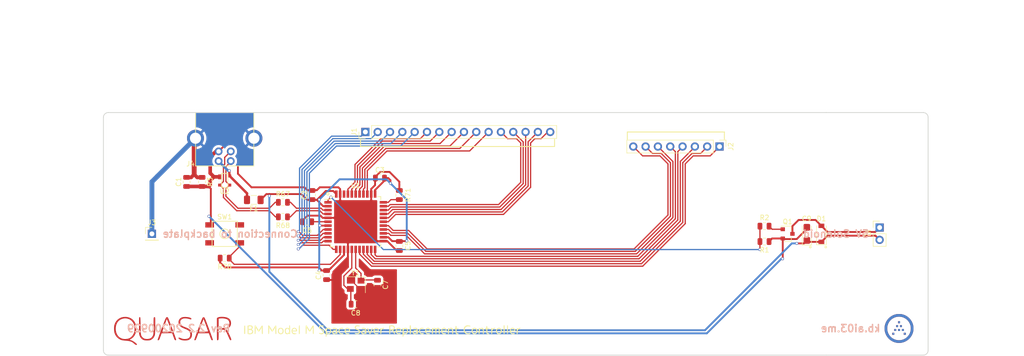
<source format=kicad_pcb>
(kicad_pcb (version 20221018) (generator pcbnew)
  (layers (0 "F.Cu" signal) (31 "B.Cu" signal) (34 "B.Paste" user) (35 "F.Paste" user) (36 "B.SilkS" user "B.Silkscreen") (37 "F.SilkS" user "F.Silkscreen") (38 "B.Mask" user) (39 "F.Mask" user) (44 "Edge.Cuts" user))
  (net 0 "")
  (net 1 "ROW0")
  (net 2 "ROW1")
  (net 3 "ROW2")
  (net 4 "ROW3")
  (net 5 "ROW4")
  (net 6 "COL1")
  (net 7 "+5V")
  (net 8 "COL2")
  (net 9 "COL3")
  (net 10 "COL4")
  (net 11 "COL5")
  (net 12 "COL6")
  (net 13 "COL7")
  (net 14 "COL8")
  (net 15 "COL9")
  (net 16 "COL10")
  (net 17 "COL11")
  (net 18 "COL12")
  (net 19 "COL13")
  (net 20 "COL0")
  (net 21 "GND")
  (net 22 "VCC")
  (net 23 "Net-(C6-Pad1)")
  (net 24 "Net-(C7-Pad1)")
  (net 25 "Net-(C8-Pad1)")
  (net 26 "D-")
  (net 27 "D+")
  (net 28 "Net-(R70-Pad2)")
  (net 29 "Net-(R71-Pad2)")
  (net 30 "Net-(U1-Pad42)")
  (net 31 "COL15")
  (net 32 "COL14")
  (net 33 "ROW7")
  (net 34 "ROW6")
  (net 35 "ROW5")
  (net 36 "Net-(J4-Pad3)")
  (net 37 "Net-(J4-Pad2)")
  (net 38 "Net-(D1-Pad2)")
  (net 39 "Net-(Q1-Pad1)")
  (net 40 "SOLENOID")
  (net 41 "Earth")
  (footprint "Fuse:Fuse_1206_3216Metric" (layer "F.Cu") (at 121 68 180)
    (fp_text reference "F1")
    (fp_text value "500mA")
  )
  (footprint "Connector_PinHeader_2.54mm:PinHeader_1x16_P2.54mm_Vertical" (layer "F.Cu") (at 144 54 90)
    (fp_text reference "J1")
    (fp_text value "Conn_01x16")
  )
  (footprint "Resistor_SMD:R_0805_2012Metric" (layer "F.Cu") (at 127 68.5 180)
    (fp_text reference "R67")
    (fp_text value "22")
  )
  (footprint "Resistor_SMD:R_0805_2012Metric" (layer "F.Cu") (at 127 71.5 180)
    (fp_text reference "R68")
    (fp_text value "22")
  )
  (footprint "Resistor_SMD:R_0805_2012Metric" (layer "F.Cu") (at 115 80)
    (fp_text reference "R70")
    (fp_text value "10k")
  )
  (footprint "Resistor_SMD:R_0805_2012Metric" (layer "F.Cu") (at 151 67 -90)
    (fp_text reference "R71")
    (fp_text value "1k")
  )
  (footprint "random-keyboard-parts:SKQG-1155865" (layer "F.Cu") (at 115 75 180)
    (fp_text reference "SW1")
    (fp_text value "SW_Push")
  )
  (footprint "Crystal:Crystal_SMD_3225-4Pin_3.2x2.5mm" (layer "F.Cu") (at 142 85.5 180)
    (fp_text reference "Y1")
    (fp_text value "16Mhz")
  )
  (footprint "Package_QFP:TQFP-44_10x10mm_P0.8mm" (layer "F.Cu") (at 142 72.5)
    (fp_text reference "U1")
    (fp_text value "ATmega32U4-AU")
  )
  (footprint "Mounting_Holes:MountingHole_3.5mm" (layer "F.Cu") (at 127 55)
    (fp_text reference "REF**")
    (fp_text value "MountingHole_3.5mm")
  )
  (footprint "Mounting_Holes:MountingHole_3.5mm" (layer "F.Cu") (at 103 55)
    (fp_text reference "REF**")
    (fp_text value "MountingHole_3.5mm")
  )
  (footprint "Connector_PinHeader_2.54mm:PinHeader_1x08_P2.54mm_Vertical" (layer "F.Cu") (at 217 57 -90)
    (fp_text reference "J2")
    (fp_text value "Conn_01x08")
  )
  (footprint "Capacitor_SMD:C_0805_2012Metric" (layer "F.Cu") (at 133 67 -90)
    (fp_text reference "C2")
    (fp_text value "10uF")
  )
  (footprint "Capacitor_SMD:C_0805_2012Metric" (layer "F.Cu") (at 147 63.5)
    (fp_text reference "C3")
    (fp_text value "0.1uF")
  )
  (footprint "Capacitor_SMD:C_0805_2012Metric" (layer "F.Cu") (at 136 83.5 90)
    (fp_text reference "C4")
    (fp_text value "0.1uF")
  )
  (footprint "Capacitor_SMD:C_0805_2012Metric" (layer "F.Cu") (at 132 72.5 180)
    (fp_text reference "C6")
    (fp_text value "1uF")
  )
  (footprint "Capacitor_SMD:C_0805_2012Metric" (layer "F.Cu") (at 146.5 85.5 -90)
    (fp_text reference "C7")
    (fp_text value "22pF")
  )
  (footprint "Capacitor_SMD:C_0805_2012Metric" (layer "F.Cu") (at 142 89.5)
    (fp_text reference "C8")
    (fp_text value "22pF")
  )
  (footprint "Connector_PinHeader_2.54mm:PinHeader_1x01_P2.54mm_Vertical" (layer "F.Cu") (at 100 75)
    (fp_text reference "J3")
    (fp_text value "Conn_01x01")
  )
  (footprint "Capacitor_SMD:C_0805_2012Metric" (layer "F.Cu") (at 151 77.5 90)
    (fp_text reference "C5")
    (fp_text value "0.1uF")
  )
  (footprint "locallib:Quasar-Logo" (layer "F.Cu") (at 104.25 95)
    (fp_text reference "G***" hide)
    (fp_text value "LOGO" hide)
  )
  (footprint "locallib:Quasar-Desc" (layer "F.Cu") (at 147.5 95)
    (fp_text reference "G***" hide)
    (fp_text value "LOGO" hide)
  )
  (footprint "locallib:ai-ring-6mm-Combined" (layer "F.Cu") (at 254 94.5)
    (fp_text reference "G***" hide)
    (fp_text value "LOGO" hide)
  )
  (footprint "locallib:TE-292304-2" (layer "F.Cu") (at 115 60 180)
    (fp_text reference "J4")
    (fp_text value "USB_B")
  )
  (footprint "locallib:SOT143B" (layer "F.Cu") (at 115 64 -90)
    (fp_text reference "U2")
    (fp_text value "PRTR5V0U2X")
  )
  (footprint "Connector_PinHeader_2.54mm:PinHeader_1x02_P2.54mm_Vertical" (layer "F.Cu") (at 250 73.7)
    (fp_text reference "J5")
    (fp_text value "Solenoid")
  )
  (footprint "Resistor_SMD:R_0805_2012Metric" (layer "F.Cu") (at 226.26875 76.5875 180)
    (fp_text reference "R1")
    (fp_text value "10k")
  )
  (footprint "Resistor_SMD:R_0805_2012Metric" (layer "F.Cu") (at 226.26875 73.4125 180)
    (fp_text reference "R2")
    (fp_text value "100")
  )
  (footprint "Capacitor_SMD:C_0805_2012Metric" (layer "F.Cu") (at 107.15625 64.29375 90)
    (fp_text reference "C1")
    (fp_text value "4.7nF")
  )
  (footprint "Resistor_SMD:R_0805_2012Metric" (layer "F.Cu") (at 110.33125 64.29375 -90)
    (fp_text reference "R3")
    (fp_text value "1M")
  )
  (footprint "Diode_SMD:D_SOD-123" (layer "F.Cu") (at 238 75 90)
    (fp_text reference "D1")
    (fp_text value "1N4007")
  )
  (footprint "Package_TO_SOT_SMD:SOT-23" (layer "F.Cu") (at 231.03125 75)
    (fp_text reference "Q1")
    (fp_text value "Q_NMOS_GSD")
  )
  (footprint "Capacitor_Tantalum_SMD:CP_EIA-3216-18_Kemet-A" (layer "F.Cu") (at 235 75 90)
    (fp_text reference "C9")
    (fp_text value "1uF")
  )
  (footprint "locallib:ai-ring-6mm-Combined" (layer "B.Cu") (at 254 94.5 180)
    (fp_text reference "G***" hide)
    (fp_text value "LOGO" hide)
  )
  (gr_line (start 121 50) (end 121 61) (stroke (width 0.15)) (layer "F.SilkS"))
  (gr_circle (center 235.712 77.724) (end 235.839 77.597) (stroke (width 0.15)) (fill none) (layer "F.SilkS"))
  (gr_line (start 183 57) (end 143 57) (stroke (width 0.2)) (layer "F.SilkS"))
  (gr_line (start 198 55.5) (end 198 54) (stroke (width 0.2)) (layer "F.SilkS"))
  (gr_line (start 109 61) (end 109 50) (stroke (width 0.15)) (layer "F.SilkS"))
  (gr_line (start 121 61) (end 109 61) (stroke (width 0.15)) (layer "F.SilkS"))
  (gr_line (start 143 57) (end 143 55.5) (stroke (width 0.2)) (layer "F.SilkS"))
  (gr_line (start 198 54) (end 218 54) (stroke (width 0.2)) (layer "F.SilkS"))
  (gr_line (start 183 55.5) (end 183 57) (stroke (width 0.2)) (layer "F.SilkS"))
  (gr_circle (center 136.25 66.75) (end 136.25 67) (stroke (width 0.2)) (fill none) (layer "F.SilkS"))
  (gr_circle (center 238.887 77.724) (end 239.014 77.597) (stroke (width 0.15)) (fill none) (layer "F.SilkS"))
  (gr_line (start 218 54) (end 218 55.5) (stroke (width 0.2)) (layer "F.SilkS"))
  (gr_arc (start 259 50) (mid 259.707107 50.292893) (end 260 51) (stroke (width 0.15)) (layer "Edge.Cuts"))
  (gr_line (start 91 100) (end 239 100) (stroke (width 0.15)) (layer "Edge.Cuts"))
  (gr_line (start 260 99) (end 260 51) (stroke (width 0.15)) (layer "Edge.Cuts"))
  (gr_line (start 259 50) (end 239 50) (stroke (width 0.15)) (layer "Edge.Cuts"))
  (gr_line (start 90 51) (end 90 99) (stroke (width 0.15)) (layer "Edge.Cuts"))
  (gr_line (start 239 100) (end 259 100) (stroke (width 0.15)) (layer "Edge.Cuts"))
  (gr_arc (start 90 51) (mid 90.292893 50.292893) (end 91 50) (stroke (width 0.15)) (layer "Edge.Cuts"))
  (gr_arc (start 91 100) (mid 90.292893 99.707107) (end 90 99) (stroke (width 0.15)) (layer "Edge.Cuts"))
  (gr_arc (start 260 99) (mid 259.707107 99.707107) (end 259 100) (stroke (width 0.15)) (layer "Edge.Cuts"))
  (gr_line (start 121 50) (end 91 50) (stroke (width 0.15)) (layer "Edge.Cuts"))
  (gr_line (start 239 50) (end 121 50) (stroke (width 0.15)) (layer "Edge.Cuts"))
  (gr_text "5V Solenoid" (at 241 75) (layer "B.SilkS") (effects (font (size 1.5 1.5) (thickness 0.3)) (justify mirror)))
  (gr_text "Rev 2.2 20200929" (at 105.5 94.5) (layer "B.SilkS") (effects (font (size 1.5 1.5) (thickness 0.3)) (justify mirror)))
  (gr_text "kb.ai03.me" (at 244 94.5) (layer "B.SilkS") (effects (font (size 1.5 1.5) (thickness 0.3)) (justify mirror)))
  (gr_text "Connection to backplate" (at 116.125 75) (layer "B.SilkS") (effects (font (size 1.5 1.5) (thickness 0.3)) (justify mirror)))
  (segment (start 209.931 60.579) (end 211.582 58.928) (width 0.254) (layer "F.Cu") (net 1))
  (segment (start 145.288 81.661) (end 201.168 81.661) (width 0.254) (layer "F.Cu") (net 1))
  (segment (start 201.168 81.661) (end 209.931 72.898) (width 0.254) (layer "F.Cu") (net 1))
  (segment (start 142.8 78.2) (end 142.8 79.173) (width 0.254) (layer "F.Cu") (net 1))
  (segment (start 209.931 72.898) (end 209.931 60.579) (width 0.254) (layer "F.Cu") (net 1))
  (segment (start 142.8 79.173) (end 145.288 81.661) (width 0.254) (layer "F.Cu") (net 1))
  (segment (start 211.582 58.928) (end 215.072 58.928) (width 0.254) (layer "F.Cu") (net 1))
  (segment (start 215.072 58.928) (end 217 57) (width 0.254) (layer "F.Cu") (net 1))
  (segment (start 211.328 58.42) (end 209.423 60.325) (width 0.254) (layer "F.Cu") (net 2))
  (segment (start 214.46 57.066) (end 213.106 58.42) (width 0.254) (layer "F.Cu") (net 2))
  (segment (start 200.914 81.153) (end 145.542 81.153) (width 0.254) (layer "F.Cu") (net 2))
  (segment (start 209.423 60.325) (end 209.423 72.644) (width 0.254) (layer "F.Cu") (net 2))
  (segment (start 145.542 81.153) (end 143.6 79.211) (width 0.254) (layer "F.Cu") (net 2))
  (segment (start 209.423 72.644) (end 200.914 81.153) (width 0.254) (layer "F.Cu") (net 2))
  (segment (start 143.6 79.211) (end 143.6 78.2) (width 0.254) (layer "F.Cu") (net 2))
  (segment (start 213.106 58.42) (end 211.328 58.42) (width 0.254) (layer "F.Cu") (net 2))
  (segment (start 214.46 57) (end 214.46 57.066) (width 0.254) (layer "F.Cu") (net 2))
  (segment (start 211.92 57.066) (end 211.92 57) (width 0.254) (layer "F.Cu") (net 3))
  (segment (start 144.4 78.2) (end 144.4 79.249) (width 0.254) (layer "F.Cu") (net 3))
  (segment (start 208.915 72.39) (end 208.915 60.071) (width 0.254) (layer "F.Cu") (net 3))
  (segment (start 208.915 60.071) (end 211.92 57.066) (width 0.254) (layer "F.Cu") (net 3))
  (segment (start 200.66 80.645) (end 208.915 72.39) (width 0.254) (layer "F.Cu") (net 3))
  (segment (start 144.4 79.249) (end 145.796 80.645) (width 0.254) (layer "F.Cu") (net 3))
  (segment (start 145.796 80.645) (end 200.66 80.645) (width 0.254) (layer "F.Cu") (net 3))
  (segment (start 208.407 72.136) (end 200.406 80.137) (width 0.254) (layer "F.Cu") (net 4))
  (segment (start 209.38 57.066) (end 208.407 58.039) (width 0.254) (layer "F.Cu") (net 4))
  (segment (start 208.407 58.039) (end 208.407 72.136) (width 0.254) (layer "F.Cu") (net 4))
  (segment (start 146.05 80.137) (end 145.2 79.287) (width 0.254) (layer "F.Cu") (net 4))
  (segment (start 145.2 79.287) (end 145.2 78.2) (width 0.254) (layer "F.Cu") (net 4))
  (segment (start 200.406 80.137) (end 146.05 80.137) (width 0.254) (layer "F.Cu") (net 4))
  (segment (start 209.38 57) (end 209.38 57.066) (width 0.254) (layer "F.Cu") (net 4))
  (segment (start 207.899 71.882) (end 207.899 58.059) (width 0.254) (layer "F.Cu") (net 5))
  (segment (start 200.152 79.629) (end 207.899 71.882) (width 0.254) (layer "F.Cu") (net 5))
  (segment (start 146.304 79.629) (end 200.152 79.629) (width 0.254) (layer "F.Cu") (net 5))
  (segment (start 146 78.2) (end 146 79.325) (width 0.254) (layer "F.Cu") (net 5))
  (segment (start 207.899 58.059) (end 206.84 57) (width 0.254) (layer "F.Cu") (net 5))
  (segment (start 146 79.325) (end 146.304 79.629) (width 0.254) (layer "F.Cu") (net 5))
  (segment (start 135.285 74.9) (end 134.366 75.819) (width 0.254) (layer "F.Cu") (net 6))
  (segment (start 134.366 75.819) (end 130.683 75.819) (width 0.254) (layer "F.Cu") (net 6))
  (segment (start 130.302 75.438) (end 130.175 75.438) (width 0.254) (layer "F.Cu") (net 6))
  (segment (start 136.3 74.9) (end 135.285 74.9) (width 0.254) (layer "F.Cu") (net 6))
  (segment (start 130.683 75.819) (end 130.302 75.438) (width 0.254) (layer "F.Cu") (net 6))
  (via (at 130.175 75.438) (size 0.6) (drill 0.4) (layers "F.Cu" "B.Cu") (net 6))
  (segment (start 130.937 74.803) (end 130.302 75.438) (width 0.254) (layer "B.Cu") (net 6))
  (segment (start 146.54 54) (end 145.168 55.372) (width 0.254) (layer "B.Cu") (net 6))
  (segment (start 137.287 55.372) (end 130.937 61.722) (width 0.254) (layer "B.Cu") (net 6))
  (segment (start 130.937 61.722) (end 130.937 74.803) (width 0.254) (layer "B.Cu") (net 6))
  (segment (start 145.168 55.372) (end 137.287 55.372) (width 0.254) (layer "B.Cu") (net 6))
  (segment (start 130.302 75.438) (end 130.175 75.438) (width 0.254) (layer "B.Cu") (net 6))
  (segment (start 235 76.35) (end 234.388 76.962) (width 0.381) (layer "F.Cu") (net 7))
  (segment (start 148.717 63.5) (end 149.1615 63.9445) (width 0.381) (layer "F.Cu") (net 7))
  (segment (start 123.598 66.802) (end 122.4 68) (width 0.381) (layer "F.Cu") (net 7))
  (segment (start 249.1345 75.3745) (end 250 76.24) (width 0.381) (layer "F.Cu") (net 7))
  (segment (start 235.3 76.65) (end 235 76.35) (width 0.381) (layer "F.Cu") (net 7))
  (segment (start 114.05 80) (end 114.05 80.903) (width 0.381) (layer "F.Cu") (net 7))
  (segment (start 134.366 81.915) (end 134.747 82.296) (width 0.381) (layer "F.Cu") (net 7))
  (segment (start 135.3 69.3) (end 134 68) (width 0.381) (layer "F.Cu") (net 7))
  (segment (start 152.481 76.5) (end 152.527 76.454) (width 0.381) (layer "F.Cu") (net 7))
  (segment (start 138 66.8) (end 137.367 66.167) (width 0.381) (layer "F.Cu") (net 7))
  (segment (start 134.493 82.55) (end 134.747 82.296) (width 0.381) (layer "F.Cu") (net 7))
  (segment (start 135.0135 82.5625) (end 136 82.5625) (width 0.381) (layer "F.Cu") (net 7))
  (segment (start 147.9375 63.5) (end 148.717 63.5) (width 0.381) (layer "F.Cu") (net 7))
  (segment (start 136.3 69.3) (end 135.3 69.3) (width 0.381) (layer "F.Cu") (net 7))
  (segment (start 134.055 67.945) (end 134 68) (width 0.381) (layer "F.Cu") (net 7))
  (segment (start 136.3855 82.5625) (end 136.906 82.042) (width 0.381) (layer "F.Cu") (net 7))
  (segment (start 132.008 68) (end 130.81 66.802) (width 0.381) (layer "F.Cu") (net 7))
  (segment (start 134.641 73.3) (end 134.62 73.279) (width 0.381) (layer "F.Cu") (net 7))
  (segment (start 134.493 67.945) (end 134.055 67.945) (width 0.381) (layer "F.Cu") (net 7))
  (segment (start 115.062 81.915) (end 134.366 81.915) (width 0.381) (layer "F.Cu") (net 7))
  (segment (start 130.81 66.802) (end 124.206 66.802) (width 0.381) (layer "F.Cu") (net 7))
  (segment (start 149.1615 63.9445) (end 149.1615 64.5795) (width 0.381) (layer "F.Cu") (net 7))
  (segment (start 234.388 76.962) (end 232.918 76.962) (width 0.381) (layer "F.Cu") (net 7))
  (segment (start 149.525 76.5) (end 151 76.5) (width 0.381) (layer "F.Cu") (net 7))
  (segment (start 134.747 82.296) (end 135.0135 82.5625) (width 0.381) (layer "F.Cu") (net 7))
  (segment (start 147.7 75.7) (end 148.725 75.7) (width 0.381) (layer "F.Cu") (net 7))
  (segment (start 139.6 79.348) (end 139.6 78.994) (width 0.381) (layer "F.Cu") (net 7))
  (segment (start 240.6255 75.3745) (end 239.2755 75.3745) (width 0.381) (layer "F.Cu") (net 7))
  (segment (start 124.206 67.183) (end 124.206 66.802) (width 0.381) (layer "F.Cu") (net 7))
  (segment (start 114.05 80.903) (end 115.062 81.915) (width 0.381) (layer "F.Cu") (net 7))
  (segment (start 136.906 82.042) (end 139.6 79.348) (width 0.381) (layer "F.Cu") (net 7))
  (segment (start 124.206 66.802) (end 123.598 66.802) (width 0.381) (layer "F.Cu") (net 7))
  (segment (start 148.725 75.7) (end 149.525 76.5) (width 0.381) (layer "F.Cu") (net 7))
  (segment (start 136.448 82.5) (end 136.906 82.042) (width 0.381) (layer "F.Cu") (net 7))
  (segment (start 135.833 66.167) (end 134 68) (width 0.381) (layer "F.Cu") (net 7))
  (segment (start 146 65.963) (end 148 63.963) (width 0.381) (layer "F.Cu") (net 7))
  (segment (start 136 82.5) (end 136.448 82.5) (width 0.381) (layer "F.Cu") (net 7))
  (segment (start 238 76.65) (end 235.3 76.65) (width 0.381) (layer "F.Cu") (net 7))
  (segment (start 239.2755 75.3745) (end 238 76.65) (width 0.381) (layer "F.Cu") (net 7))
  (segment (start 137.367 66.167) (end 135.833 66.167) (width 0.381) (layer "F.Cu") (net 7))
  (segment (start 146 66.8) (end 146 65.963) (width 0.381) (layer "F.Cu") (net 7))
  (segment (start 134 68) (end 132.008 68) (width 0.381) (layer "F.Cu") (net 7))
  (segment (start 139.6 78.2) (end 139.6 78.994) (width 0.381) (layer "F.Cu") (net 7))
  (segment (start 136 82.5625) (end 136.3855 82.5625) (width 0.381) (layer "F.Cu") (net 7))
  (segment (start 136.3 73.3) (end 134.641 73.3) (width 0.381) (layer "F.Cu") (net 7))
  (segment (start 148 63.963) (end 148 63.5) (width 0.381) (layer "F.Cu") (net 7))
  (segment (start 151 76.5) (end 152.481 76.5) (width 0.381) (layer "F.Cu") (net 7))
  (segment (start 240.6255 75.3745) (end 249.1345 75.3745) (width 0.381) (layer "F.Cu") (net 7))
  (via (at 134.493 67.945) (size 0.6) (drill 0.4) (layers "F.Cu" "B.Cu") (net 7))
  (via (at 149.1615 64.5795) (size 0.6) (drill 0.4) (layers "F.Cu" "B.Cu") (net 7))
  (via (at 134.62 73.279) (size 0.6) (drill 0.4) (layers "F.Cu" "B.Cu") (net 7))
  (via (at 124.206 67.183) (size 0.6) (drill 0.4) (layers "F.Cu" "B.Cu") (net 7))
  (via (at 134.493 82.55) (size 0.6) (drill 0.4) (layers "F.Cu" "B.Cu") (net 7))
  (via (at 152.527 76.454) (size 0.6) (drill 0.4) (layers "F.Cu" "B.Cu") (net 7))
  (via (at 232.918 76.962) (size 0.6) (drill 0.4) (layers "F.Cu" "B.Cu") (net 7))
  (segment (start 134.493 82.042) (end 134.493 82.55) (width 0.381) (layer "B.Cu") (net 7))
  (segment (start 149.1615 64.5795) (end 149.352 64.77) (width 0.381) (layer "B.Cu") (net 7))
  (segment (start 152.527 76.454) (end 152.527 67.945) (width 0.381) (layer "B.Cu") (net 7))
  (segment (start 124.206 67.183) (end 124.206 82.804) (width 0.381) (layer "B.Cu") (net 7))
  (segment (start 134.493 82.042) (end 134.493 73.406) (width 0.381) (layer "B.Cu") (net 7))
  (segment (start 232.918 76.962) (end 231.902 76.962) (width 0.381) (layer "B.Cu") (net 7))
  (segment (start 136.271 94.869) (end 213.995 94.869) (width 0.381) (layer "B.Cu") (net 7))
  (segment (start 138.684 63.754) (end 134.493 67.945) (width 0.381) (layer "B.Cu") (net 7))
  (segment (start 134.493 73.152) (end 134.493 67.945) (width 0.381) (layer "B.Cu") (net 7))
  (segment (start 152.527 67.945) (end 149.352 64.77) (width 0.381) (layer "B.Cu") (net 7))
  (segment (start 147.955 63.754) (end 138.684 63.754) (width 0.381) (layer "B.Cu") (net 7))
  (segment (start 124.206 82.804) (end 136.271 94.869) (width 0.381) (layer "B.Cu") (net 7))
  (segment (start 231.902 76.962) (end 224.409 84.455) (width 0.381) (layer "B.Cu") (net 7))
  (segment (start 148.336 63.754) (end 149.1615 64.5795) (width 0.381) (layer "B.Cu") (net 7))
  (segment (start 147.955 63.754) (end 148.336 63.754) (width 0.381) (layer "B.Cu") (net 7))
  (segment (start 213.995 94.869) (end 224.155 84.709) (width 0.381) (layer "B.Cu") (net 7))
  (segment (start 134.62 73.279) (end 134.493 73.152) (width 0.381) (layer "B.Cu") (net 7))
  (segment (start 224.409 84.455) (end 224.155 84.709) (width 0.381) (layer "B.Cu") (net 7))
  (segment (start 134.493 73.406) (end 134.62 73.279) (width 0.381) (layer "B.Cu") (net 7))
  (segment (start 135.374 75.7) (end 134.747 76.327) (width 0.254) (layer "F.Cu") (net 8))
  (segment (start 136.3 75.7) (end 135.374 75.7) (width 0.254) (layer "F.Cu") (net 8))
  (segment (start 134.747 76.327) (end 130.175 76.327) (width 0.254) (layer "F.Cu") (net 8))
  (via (at 130.175 76.327) (size 0.6) (drill 0.4) (layers "F.Cu" "B.Cu") (net 8))
  (segment (start 130.175 76.327) (end 130.302 76.327) (width 0.254) (layer "B.Cu") (net 8))
  (segment (start 137.541 55.88) (end 147.2 55.88) (width 0.254) (layer "B.Cu") (net 8))
  (segment (start 147.2 55.88) (end 149.08 54) (width 0.254) (layer "B.Cu") (net 8))
  (segment (start 131.445 75.184) (end 131.445 61.976) (width 0.254) (layer "B.Cu") (net 8))
  (segment (start 130.302 76.327) (end 131.445 75.184) (width 0.254) (layer "B.Cu") (net 8))
  (segment (start 131.445 61.976) (end 137.541 55.88) (width 0.254) (layer "B.Cu") (net 8))
  (segment (start 135.336 76.5) (end 135.001 76.835) (width 0.254) (layer "F.Cu") (net 9))
  (segment (start 135.001 76.835) (end 130.937 76.835) (width 0.254) (layer "F.Cu") (net 9))
  (segment (start 130.683 76.835) (end 130.302 77.216) (width 0.254) (layer "F.Cu") (net 9))
  (segment (start 130.937 76.835) (end 130.683 76.835) (width 0.254) (layer "F.Cu") (net 9))
  (segment (start 130.302 77.216) (end 130.175 77.216) (width 0.254) (layer "F.Cu") (net 9))
  (segment (start 136.3 76.5) (end 135.336 76.5) (width 0.254) (layer "F.Cu") (net 9))
  (via (at 130.175 77.216) (size 0.6) (drill 0.4) (layers "F.Cu" "B.Cu") (net 9))
  (segment (start 137.795 56.388) (end 149.232 56.388) (width 0.254) (layer "B.Cu") (net 9))
  (segment (start 130.302 77.216) (end 131.953 75.565) (width 0.254) (layer "B.Cu") (net 9))
  (segment (start 149.232 56.388) (end 151.62 54) (width 0.254) (layer "B.Cu") (net 9))
  (segment (start 131.953 62.23) (end 137.795 56.388) (width 0.254) (layer "B.Cu") (net 9))
  (segment (start 130.175 77.216) (end 130.302 77.216) (width 0.254) (layer "B.Cu") (net 9))
  (segment (start 131.953 75.565) (end 131.953 62.23) (width 0.254) (layer "B.Cu") (net 9))
  (segment (start 137.382 78.2) (end 136.525 77.343) (width 0.254) (layer "F.Cu") (net 10))
  (segment (start 138 78.2) (end 137.382 78.2) (width 0.254) (layer "F.Cu") (net 10))
  (segment (start 131.064 77.343) (end 130.302 78.105) (width 0.254) (layer "F.Cu") (net 10))
  (segment (start 130.302 78.105) (end 130.175 78.105) (width 0.254) (layer "F.Cu") (net 10))
  (segment (start 136.525 77.343) (end 131.064 77.343) (width 0.254) (layer "F.Cu") (net 10))
  (via (at 130.175 78.105) (size 0.6) (drill 0.4) (layers "F.Cu" "B.Cu") (net 10))
  (segment (start 130.175 78.105) (end 130.302 78.105) (width 0.254) (layer "B.Cu") (net 10))
  (segment (start 132.461 62.484) (end 138.049 56.896) (width 0.254) (layer "B.Cu") (net 10))
  (segment (start 132.461 75.946) (end 132.461 62.484) (width 0.254) (layer "B.Cu") (net 10))
  (segment (start 130.302 78.105) (end 132.461 75.946) (width 0.254) (layer "B.Cu") (net 10))
  (segment (start 151.264 56.896) (end 154.16 54) (width 0.254) (layer "B.Cu") (net 10))
  (segment (start 138.049 56.896) (end 151.264 56.896) (width 0.254) (layer "B.Cu") (net 10))
  (segment (start 141.859 60.706) (end 147.193 55.372) (width 0.254) (layer "F.Cu") (net 11))
  (segment (start 147.193 55.372) (end 155.328 55.372) (width 0.254) (layer "F.Cu") (net 11))
  (segment (start 141.859 64.327) (end 141.859 60.706) (width 0.254) (layer "F.Cu") (net 11))
  (segment (start 155.328 55.372) (end 156.7 54) (width 0.254) (layer "F.Cu") (net 11))
  (segment (start 140.4 66.8) (end 140.4 65.786) (width 0.254) (layer "F.Cu") (net 11))
  (segment (start 140.4 65.786) (end 141.859 64.327) (width 0.254) (layer "F.Cu") (net 11))
  (segment (start 142.367 64.619) (end 141.2 65.786) (width 0.254) (layer "F.Cu") (net 12))
  (segment (start 159.24 54) (end 157.36 55.88) (width 0.254) (layer "F.Cu") (net 12))
  (segment (start 142.367 60.96) (end 142.367 64.619) (width 0.254) (layer "F.Cu") (net 12))
  (segment (start 147.447 55.88) (end 142.367 60.96) (width 0.254) (layer "F.Cu") (net 12))
  (segment (start 141.2 65.786) (end 141.2 66.8) (width 0.254) (layer "F.Cu") (net 12))
  (segment (start 157.36 55.88) (end 147.447 55.88) (width 0.254) (layer "F.Cu") (net 12))
  (segment (start 142 65.786) (end 142.875 64.911) (width 0.254) (layer "F.Cu") (net 13))
  (segment (start 142 66.8) (end 142 65.786) (width 0.254) (layer "F.Cu") (net 13))
  (segment (start 159.392 56.388) (end 161.78 54) (width 0.254) (layer "F.Cu") (net 13))
  (segment (start 142.875 61.214) (end 147.701 56.388) (width 0.254) (layer "F.Cu") (net 13))
  (segment (start 147.701 56.388) (end 159.392 56.388) (width 0.254) (layer "F.Cu") (net 13))
  (segment (start 142.875 64.911) (end 142.875 61.214) (width 0.254) (layer "F.Cu") (net 13))
  (segment (start 142.8 65.786) (end 142.8 66.8) (width 0.254) (layer "F.Cu") (net 14))
  (segment (start 143.383 65.203) (end 142.8 65.786) (width 0.254) (layer "F.Cu") (net 14))
  (segment (start 147.955 56.896) (end 143.383 61.468) (width 0.254) (layer "F.Cu") (net 14))
  (segment (start 143.383 61.468) (end 143.383 65.203) (width 0.254) (layer "F.Cu") (net 14))
  (segment (start 164.32 54) (end 161.424 56.896) (width 0.254) (layer "F.Cu") (net 14))
  (segment (start 161.424 56.896) (end 147.955 56.896) (width 0.254) (layer "F.Cu") (net 14))
  (segment (start 143.6 65.786) (end 143.891 65.495) (width 0.254) (layer "F.Cu") (net 15))
  (segment (start 143.6 66.8) (end 143.6 65.786) (width 0.254) (layer "F.Cu") (net 15))
  (segment (start 163.456 57.404) (end 166.86 54) (width 0.254) (layer "F.Cu") (net 15))
  (segment (start 143.891 65.495) (end 143.891 61.722) (width 0.254) (layer "F.Cu") (net 15))
  (segment (start 148.209 57.404) (end 163.456 57.404) (width 0.254) (layer "F.Cu") (net 15))
  (segment (start 143.891 61.722) (end 148.209 57.404) (width 0.254) (layer "F.Cu") (net 15))
  (segment (start 144.4 62.991) (end 144.4 66.8) (width 0.254) (layer "F.Cu") (net 16))
  (segment (start 144.4 61.975) (end 144.4 62.991) (width 0.254) (layer "F.Cu") (net 16))
  (segment (start 169.4 54) (end 165.488 57.912) (width 0.254) (layer "F.Cu") (net 16))
  (segment (start 148.463 57.912) (end 144.4 61.975) (width 0.254) (layer "F.Cu") (net 16))
  (segment (start 165.488 57.912) (end 148.463 57.912) (width 0.254) (layer "F.Cu") (net 16))
  (segment (start 149.098 68.961) (end 171.45 68.961) (width 0.254) (layer "F.Cu") (net 17))
  (segment (start 148.759 69.3) (end 149.098 68.961) (width 0.254) (layer "F.Cu") (net 17))
  (segment (start 147.7 69.3) (end 148.759 69.3) (width 0.254) (layer "F.Cu") (net 17))
  (segment (start 176.022 56.261) (end 176.022 64.389) (width 0.254) (layer "F.Cu") (net 17))
  (segment (start 171.45 68.961) (end 176.022 64.389) (width 0.254) (layer "F.Cu") (net 17))
  (segment (start 173.312 55.372) (end 175.133 55.372) (width 0.254) (layer "F.Cu") (net 17))
  (segment (start 171.94 54) (end 173.312 55.372) (width 0.254) (layer "F.Cu") (net 17))
  (segment (start 175.133 55.372) (end 176.022 56.261) (width 0.254) (layer "F.Cu") (net 17))
  (segment (start 176.53 64.643) (end 171.704 69.469) (width 0.254) (layer "F.Cu") (net 18))
  (segment (start 148.717 70.1) (end 147.7 70.1) (width 0.254) (layer "F.Cu") (net 18))
  (segment (start 171.704 69.469) (end 149.348 69.469) (width 0.254) (layer "F.Cu") (net 18))
  (segment (start 174.48 54) (end 176.53 56.05) (width 0.254) (layer "F.Cu") (net 18))
  (segment (start 176.53 56.05) (end 176.53 64.643) (width 0.254) (layer "F.Cu") (net 18))
  (segment (start 149.348 69.469) (end 148.717 70.1) (width 0.254) (layer "F.Cu") (net 18))
  (segment (start 177.038 64.897) (end 177.038 54.018) (width 0.254) (layer "F.Cu") (net 19))
  (segment (start 149.606 69.977) (end 171.958 69.977) (width 0.254) (layer "F.Cu") (net 19))
  (segment (start 171.958 69.977) (end 177.038 64.897) (width 0.254) (layer "F.Cu") (net 19))
  (segment (start 147.7 70.9) (end 148.683 70.9) (width 0.254) (layer "F.Cu") (net 19))
  (segment (start 148.683 70.9) (end 149.606 69.977) (width 0.254) (layer "F.Cu") (net 19))
  (segment (start 177.038 54.018) (end 177.02 54) (width 0.254) (layer "F.Cu") (net 19))
  (segment (start 135.323 74.1) (end 134.112 75.311) (width 0.254) (layer "F.Cu") (net 20))
  (segment (start 131.064 75.311) (end 130.302 74.549) (width 0.254) (layer "F.Cu") (net 20))
  (segment (start 136.3 74.1) (end 135.323 74.1) (width 0.254) (layer "F.Cu") (net 20))
  (segment (start 134.112 75.311) (end 131.064 75.311) (width 0.254) (layer "F.Cu") (net 20))
  (segment (start 130.302 74.549) (end 130.175 74.549) (width 0.254) (layer "F.Cu") (net 20))
  (via (at 130.175 74.549) (size 0.6) (drill 0.4) (layers "F.Cu" "B.Cu") (net 20))
  (segment (start 143.136 54.864) (end 144 54) (width 0.254) (layer "B.Cu") (net 20))
  (segment (start 130.429 61.468) (end 137.033 54.864) (width 0.254) (layer "B.Cu") (net 20))
  (segment (start 137.033 54.864) (end 143.136 54.864) (width 0.254) (layer "B.Cu") (net 20))
  (segment (start 130.175 74.549) (end 130.429 74.295) (width 0.254) (layer "B.Cu") (net 20))
  (segment (start 130.429 74.295) (end 130.429 61.468) (width 0.254) (layer "B.Cu") (net 20))
  (segment (start 148.509 76.5) (end 150.509 78.5) (width 0.381) (layer "F.Cu") (net 21))
  (segment (start 140.4 73.09) (end 140.4 78.2) (width 0.381) (layer "F.Cu") (net 21))
  (segment (start 146 63.296) (end 147.066 62.23) (width 0.381) (layer "F.Cu") (net 21))
  (segment (start 112.014 59.182) (end 112.014 62.484) (width 0.75) (layer "F.Cu") (net 21))
  (segment (start 111.76 71.374) (end 112.141 71.374) (width 0.381) (layer "F.Cu") (net 21))
  (segment (start 117.729 57.277) (end 116.967 56.515) (width 0.381) (layer "F.Cu") (net 21))
  (segment (start 143 86.45) (end 143.1 86.35) (width 0.381) (layer "F.Cu") (net 21))
  (segment (start 138.43 65.405) (end 134.595 65.405) (width 0.381) (layer "F.Cu") (net 21))
  (segment (start 151 64.259) (end 151 64.897) (width 0.381) (layer "F.Cu") (net 21))
  (segment (start 138.8 66.8) (end 138.8 71.49) (width 0.381) (layer "F.Cu") (net 21))
  (segment (start 150.509 78.5) (end 151 78.5) (width 0.381) (layer "F.Cu") (net 21))
  (segment (start 146 64.947) (end 146 63.5) (width 0.381) (layer "F.Cu") (net 21))
  (segment (start 145.2 69.433) (end 141.543 73.09) (width 0.381) (layer "F.Cu") (net 21))
  (segment (start 112.78 63.25) (end 112.772 63.25) (width 0.381) (layer "F.Cu") (net 21))
  (segment (start 142.8523 86.35) (end 143.1 86.35) (width 0.381) (layer "F.Cu") (net 21))
  (segment (start 137.75 84.5) (end 138.938 83.312) (width 0.381) (layer "F.Cu") (net 21))
  (segment (start 135.2 71.7) (end 134.747 71.247) (width 0.381) (layer "F.Cu") (net 21))
  (segment (start 116.967 56.515) (end 115.235 56.515) (width 0.381) (layer "F.Cu") (net 21))
  (segment (start 147.7 76.5) (end 144.953 76.5) (width 0.381) (layer "F.Cu") (net 21))
  (segment (start 138.8 65.775) (end 138.43 65.405) (width 0.381) (layer "F.Cu") (net 21))
  (segment (start 112.141 65.6925) (end 111.67975 65.23125) (width 0.381) (layer "F.Cu") (net 21))
  (segment (start 113.75 58) (end 113.196 58) (width 0.381) (layer "F.Cu") (net 21))
  (segment (start 134 66) (end 132.04 66) (width 0.381) (layer "F.Cu") (net 21))
  (segment (start 132.08 71.247) (end 131 72.327) (width 0.381) (layer "F.Cu") (net 21))
  (segment (start 232.918 76.073) (end 230.15425 76.073) (width 0.381) (layer "F.Cu") (net 21))
  (segment (start 112.014 62.484) (end 112.78 63.25) (width 0.75) (layer "F.Cu") (net 21))
  (segment (start 148.971 62.23) (end 151 64.259) (width 0.381) (layer "F.Cu") (net 21))
  (segment (start 146 63.5) (end 146 63.296) (width 0.381) (layer "F.Cu") (net 21))
  (segment (start 235 73.991) (end 232.918 76.073) (width 0.381) (layer "F.Cu") (net 21))
  (segment (start 134.595 65.405) (end 134 66) (width 0.381) (layer "F.Cu") (net 21))
  (segment (start 227.84375 75.95) (end 227.20625 76.5875) (width 0.381) (layer "F.Cu") (net 21))
  (segment (start 144.953 76.5) (end 141.543 73.09) (width 0.381) (layer "F.Cu") (net 21))
  (segment (start 112.141 72.909) (end 111.9 73.15) (width 0.381) (layer "F.Cu") (net 21))
  (segment (start 112.141 71.755) (end 112.141 72.909) (width 0.381) (layer "F.Cu") (net 21))
  (segment (start 132.04 66) (end 131.445 65.405) (width 0.381) (layer "F.Cu") (net 21))
  (segment (start 138.938 83.312) (end 140.4 81.85) (width 0.381) (layer "F.Cu") (net 21))
  (segment (start 141.1523 84.65) (end 142.8523 86.35) (width 0.2032) (layer "F.Cu") (net 21))
  (segment (start 134.747 71.247) (end 132.08 71.247) (width 0.381) (layer "F.Cu") (net 21))
  (segment (start 113.196 58) (end 112.014 59.182) (width 0.75) (layer "F.Cu") (net 21))
  (segment (start 143 90.426) (end 142.621 90.805) (width 0.381) (layer "F.Cu") (net 21))
  (segment (start 107.15625 65.23125) (end 110.33125 65.23125) (width 0.75) (layer "F.Cu") (net 21))
  (segment (start 112.014 64.897) (end 111.67975 65.23125) (width 0.75) (layer "F.Cu") (net 21))
  (segment (start 112.78 63.25) (end 114 63.25) (width 0.75) (layer "F.Cu") (net 21))
  (segment (start 112.014 64.008) (end 112.014 64.897) (width 0.75) (layer "F.Cu") (net 21))
  (segment (start 138.938 89.916) (end 138.938 83.312) (width 0.381) (layer "F.Cu") (net 21))
  (segment (start 136.3 71.7) (end 139.01 71.7) (width 0.381) (layer "F.Cu") (net 21))
  (segment (start 110.33125 65.23125) (end 111.67975 65.23125) (width 0.75) (layer "F.Cu") (net 21))
  (segment (start 139.01 71.7) (end 140.4 73.09) (width 0.381) (layer "F.Cu") (net 21))
  (segment (start 147.7 76.5) (end 148.509 76.5) (width 0.381) (layer "F.Cu") (net 21))
  (segment (start 145.2 66.8) (end 145.2 65.747) (width 0.381) (layer "F.Cu") (net 21))
  (segment (start 131 72.327) (end 131 72.5) (width 0.381) (layer "F.Cu") (net 21))
  (segment (start 112.772 63.25) (end 112.014 64.008) (width 0.75) (layer "F.Cu") (net 21))
  (segment (start 145.2 66.8) (end 145.2 69.433) (width 0.381) (layer "F.Cu") (net 21))
  (segment (start 142.621 90.805) (end 139.827 90.805) (width 0.381) (layer "F.Cu") (net 21))
  (segment (start 143 89.5) (end 143 86.45) (width 0.381) (layer "F.Cu") (net 21))
  (segment (start 136.3 71.7) (end 135.2 71.7) (width 0.381) (layer "F.Cu") (net 21))
  (segment (start 230.03125 75.95) (end 227.84375 75.95) (width 0.381) (layer "F.Cu") (net 21))
  (segment (start 138.8 71.49) (end 139.01 71.7) (width 0.381) (layer "F.Cu") (net 21))
  (segment (start 112.141 71.374) (end 112.141 71.755) (width 0.381) (layer "F.Cu") (net 21))
  (segment (start 120.523 65.405) (end 117.729 62.611) (width 0.381) (layer "F.Cu") (net 21))
  (segment (start 146.5 86.5) (end 143.25 86.5) (width 0.381) (layer "F.Cu") (net 21))
  (segment (start 131.445 65.405) (end 120.523 65.405) (width 0.381) (layer "F.Cu") (net 21))
  (segment (start 140.9 84.65) (end 141.1523 84.65) (width 0.381) (layer "F.Cu") (net 21))
  (segment (start 117.729 62.611) (end 117.729 57.277) (width 0.381) (layer "F.Cu") (net 21))
  (segment (start 139.827 90.805) (end 138.938 89.916) (width 0.381) (layer "F.Cu") (net 21))
  (segment (start 151 64.897) (end 151 66.05) (width 0.381) (layer "F.Cu") (net 21))
  (segment (start 140.4 81.85) (end 140.4 78.2) (width 0.381) (layer "F.Cu") (net 21))
  (segment (start 147.066 62.23) (end 148.971 62.23) (width 0.381) (layer "F.Cu") (net 21))
  (segment (start 230.03125 75.95) (end 230.03125 80.10275) (width 0.381) (layer "F.Cu") (net 21))
  (segment (start 138.8 66.8) (end 138.8 65.775) (width 0.381) (layer "F.Cu") (net 21))
  (segment (start 136 84.5) (end 137.75 84.5) (width 0.381) (layer "F.Cu") (net 21))
  (segment (start 143.25 86.5) (end 143.1 86.35) (width 0.381) (layer "F.Cu") (net 21))
  (segment (start 230.15425 76.073) (end 230.03125 75.95) (width 0.381) (layer "F.Cu") (net 21))
  (segment (start 145.2 65.747) (end 146 64.947) (width 0.381) (layer "F.Cu") (net 21))
  (segment (start 115.235 56.515) (end 113.75 58) (width 0.381) (layer "F.Cu") (net 21))
  (segment (start 143 89.5) (end 143 90.426) (width 0.381) (layer "F.Cu") (net 21))
  (segment (start 141.543 73.09) (end 140.4 73.09) (width 0.381) (layer "F.Cu") (net 21))
  (segment (start 112.141 65.6925) (end 112.141 71.374) (width 0.381) (layer "F.Cu") (net 21))
  (segment (start 235 73.65) (end 235 73.991) (width 0.381) (layer "F.Cu") (net 21))
  (segment (start 230.03125 80.10275) (end 229.997 80.137) (width 0.381) (layer "F.Cu") (net 21))
  (via (at 111.76 71.374) (size 0.6) (drill 0.4) (layers "F.Cu" "B.Cu") (net 21))
  (via (at 229.997 80.137) (size 0.6) (drill 0.4) (layers "F.Cu" "B.Cu") (net 21))
  (segment (start 229.997 80.137) (end 229.743 80.137) (width 0.381) (layer "B.Cu") (net 21))
  (segment (start 112.522 72.136) (end 111.76 71.374) (width 0.381) (layer "B.Cu") (net 21))
  (segment (start 135.89 95.504) (end 112.522 72.136) (width 0.381) (layer "B.Cu") (net 21))
  (segment (start 229.743 80.137) (end 214.376 95.504) (width 0.381) (layer "B.Cu") (net 21))
  (segment (start 214.376 95.504) (end 135.89 95.504) (width 0.381) (layer "B.Cu") (net 21))
  (segment (start 115.951 63.001) (end 116 63.05) (width 0.381) (layer "F.Cu") (net 22))
  (segment (start 119.6 66.65) (end 119.2485 66.2985) (width 0.5) (layer "F.Cu") (net 22))
  (segment (start 119.6 68) (end 119.6 66.65) (width 0.5) (layer "F.Cu") (net 22))
  (segment (start 115.951 61.976) (end 115.951 63.001) (width 0.5) (layer "F.Cu") (net 22))
  (segment (start 119.2485 66.2985) (end 116 63.05) (width 0.5) (layer "F.Cu") (net 22))
  (via (at 115.951 61.976) (size 0.6) (drill 0.4) (layers "F.Cu" "B.Cu") (net 22))
  (segment (start 115.697 61.976) (end 115.951 61.976) (width 0.5) (layer "B.Cu") (net 22))
  (segment (start 113.75 60.029) (end 115.697 61.976) (width 0.5) (layer "B.Cu") (net 22))
  (segment (start 113.75 60) (end 113.75 60.029) (width 0.381) (layer "B.Cu") (net 22))
  (segment (start 136.3 72.5) (end 133 72.5) (width 0.254) (layer "F.Cu") (net 23))
  (segment (start 143.1 83.156) (end 143.1 84.65) (width 0.254) (layer "F.Cu") (net 24))
  (segment (start 143.25 84.5) (end 143.1 84.65) (width 0.254) (layer "F.Cu") (net 24))
  (segment (start 146.5 84.5) (end 143.25 84.5) (width 0.254) (layer "F.Cu") (net 24))
  (segment (start 142 78.2) (end 142 82.056) (width 0.254) (layer "F.Cu") (net 24))
  (segment (start 142 82.056) (end 143.1 83.156) (width 0.254) (layer "F.Cu") (net 24))
  (segment (start 139.573 85.598) (end 140.325 86.35) (width 0.254) (layer "F.Cu") (net 25))
  (segment (start 141 89.5) (end 141 86.45) (width 0.254) (layer "F.Cu") (net 25))
  (segment (start 141 86.45) (end 140.9 86.35) (width 0.254) (layer "F.Cu") (net 25))
  (segment (start 140.325 86.35) (end 140.9 86.35) (width 0.254) (layer "F.Cu") (net 25))
  (segment (start 141.2 82.066) (end 139.573 83.693) (width 0.254) (layer "F.Cu") (net 25))
  (segment (start 141.2 78.2) (end 141.2 82.066) (width 0.254) (layer "F.Cu") (net 25))
  (segment (start 139.573 83.693) (end 139.573 85.598) (width 0.254) (layer "F.Cu") (net 25))
  (segment (start 128.571 68.5) (end 129.794 69.723) (width 0.254) (layer "F.Cu") (net 26))
  (segment (start 134.874 69.723) (end 135.251 70.1) (width 0.254) (layer "F.Cu") (net 26))
  (segment (start 135.251 70.1) (end 136.3 70.1) (width 0.254) (layer "F.Cu") (net 26))
  (segment (start 127.95 68.5) (end 128.571 68.5) (width 0.254) (layer "F.Cu") (net 26))
  (segment (start 129.794 69.723) (end 134.874 69.723) (width 0.254) (layer "F.Cu") (net 26))
  (segment (start 127.95 71.5) (end 128.525 71.5) (width 0.254) (layer "F.Cu") (net 27))
  (segment (start 135.289 70.9) (end 136.3 70.9) (width 0.254) (layer "F.Cu") (net 27))
  (segment (start 129.794 70.231) (end 134.62 70.231) (width 0.254) (layer "F.Cu") (net 27))
  (segment (start 134.62 70.231) (end 135.289 70.9) (width 0.254) (layer "F.Cu") (net 27))
  (segment (start 128.525 71.5) (end 129.794 70.231) (width 0.254) (layer "F.Cu") (net 27))
  (segment (start 138.8 78.2) (end 138.8 79.259) (width 0.254) (layer "F.Cu") (net 28))
  (segment (start 118.1 76.85) (end 118.1 77.597) (width 0.254) (layer "F.Cu") (net 28))
  (segment (start 115.95 80) (end 115.95 79.747) (width 0.254) (layer "F.Cu") (net 28))
  (segment (start 115.95 80.263) (end 115.95 80) (width 0.254) (layer "F.Cu") (net 28))
  (segment (start 138.8 79.259) (end 136.779 81.28) (width 0.254) (layer "F.Cu") (net 28))
  (segment (start 116.967 81.28) (end 115.95 80.263) (width 0.254) (layer "F.Cu") (net 28))
  (segment (start 136.779 81.28) (end 116.967 81.28) (width 0.254) (layer "F.Cu") (net 28))
  (segment (start 115.95 79.747) (end 118.1 77.597) (width 0.254) (layer "F.Cu") (net 28))
  (segment (start 151 67.95) (end 149.267 67.95) (width 0.254) (layer "F.Cu") (net 29))
  (segment (start 148.717 68.5) (end 147.7 68.5) (width 0.254) (layer "F.Cu") (net 29))
  (segment (start 149.267 67.95) (end 148.717 68.5) (width 0.254) (layer "F.Cu") (net 29))
  (segment (start 178.054 56.261) (end 178.054 65.405) (width 0.254) (layer "F.Cu") (net 31))
  (segment (start 181.585 54) (end 180.213 55.372) (width 0.254) (layer "F.Cu") (net 31))
  (segment (start 172.466 70.993) (end 150.241 70.993) (width 0.254) (layer "F.Cu") (net 31))
  (segment (start 178.943 55.372) (end 178.054 56.261) (width 0.254) (layer "F.Cu") (net 31))
  (segment (start 182.1 54) (end 181.585 54) (width 0.254) (layer "F.Cu") (net 31))
  (segment (start 150.241 70.993) (end 148.734 72.5) (width 0.254) (layer "F.Cu") (net 31))
  (segment (start 180.213 55.372) (end 178.943 55.372) (width 0.254) (layer "F.Cu") (net 31))
  (segment (start 148.734 72.5) (end 147.7 72.5) (width 0.254) (layer "F.Cu") (net 31))
  (segment (start 178.054 65.405) (end 172.466 70.993) (width 0.254) (layer "F.Cu") (net 31))
  (segment (start 177.546 56.014) (end 177.546 65.151) (width 0.254) (layer "F.Cu") (net 32))
  (segment (start 179.56 54) (end 177.546 56.014) (width 0.254) (layer "F.Cu") (net 32))
  (segment (start 148.772 71.7) (end 147.7 71.7) (width 0.254) (layer "F.Cu") (net 32))
  (segment (start 149.987 70.485) (end 148.772 71.7) (width 0.254) (layer "F.Cu") (net 32))
  (segment (start 177.546 65.151) (end 172.212 70.485) (width 0.254) (layer "F.Cu") (net 32))
  (segment (start 172.212 70.485) (end 149.987 70.485) (width 0.254) (layer "F.Cu") (net 32))
  (segment (start 201.148 58.928) (end 199.22 57) (width 0.254) (layer "F.Cu") (net 33))
  (segment (start 204.724 58.928) (end 201.148 58.928) (width 0.254) (layer "F.Cu") (net 33))
  (segment (start 199.39 78.105) (end 206.375 71.12) (width 0.254) (layer "F.Cu") (net 33))
  (segment (start 206.375 60.579) (end 204.724 58.928) (width 0.254) (layer "F.Cu") (net 33))
  (segment (start 156.718 78.105) (end 199.39 78.105) (width 0.254) (layer "F.Cu") (net 33))
  (segment (start 149.733 74.295) (end 152.908 74.295) (width 0.254) (layer "F.Cu") (net 33))
  (segment (start 148.738 73.3) (end 149.733 74.295) (width 0.254) (layer "F.Cu") (net 33))
  (segment (start 206.375 71.12) (end 206.375 60.579) (width 0.254) (layer "F.Cu") (net 33))
  (segment (start 147.7 73.3) (end 148.738 73.3) (width 0.254) (layer "F.Cu") (net 33))
  (segment (start 152.908 74.295) (end 156.718 78.105) (width 0.254) (layer "F.Cu") (net 33))
  (segment (start 204.978 58.42) (end 206.883 60.325) (width 0.254) (layer "F.Cu") (net 34))
  (segment (start 201.76 57) (end 203.18 58.42) (width 0.254) (layer "F.Cu") (net 34))
  (segment (start 206.883 71.374) (end 199.644 78.613) (width 0.254) (layer "F.Cu") (net 34))
  (segment (start 203.18 58.42) (end 204.978 58.42) (width 0.254) (layer "F.Cu") (net 34))
  (segment (start 149.479 74.803) (end 148.776 74.1) (width 0.254) (layer "F.Cu") (net 34))
  (segment (start 199.644 78.613) (end 156.464 78.613) (width 0.254) (layer "F.Cu") (net 34))
  (segment (start 152.654 74.803) (end 149.479 74.803) (width 0.254) (layer "F.Cu") (net 34))
  (segment (start 148.776 74.1) (end 147.7 74.1) (width 0.254) (layer "F.Cu") (net 34))
  (segment (start 156.464 78.613) (end 152.654 74.803) (width 0.254) (layer "F.Cu") (net 34))
  (segment (start 206.883 60.325) (end 206.883 71.374) (width 0.254) (layer "F.Cu") (net 34))
  (segment (start 204.3 57) (end 207.391 60.091) (width 0.254) (layer "F.Cu") (net 35))
  (segment (start 148.814 74.9) (end 147.7 74.9) (width 0.254) (layer "F.Cu") (net 35))
  (segment (start 156.21 79.121) (end 152.4 75.311) (width 0.254) (layer "F.Cu") (net 35))
  (segment (start 149.225 75.311) (end 148.814 74.9) (width 0.254) (layer "F.Cu") (net 35))
  (segment (start 207.391 71.628) (end 199.898 79.121) (width 0.254) (layer "F.Cu") (net 35))
  (segment (start 199.898 79.121) (end 156.21 79.121) (width 0.254) (layer "F.Cu") (net 35))
  (segment (start 152.4 75.311) (end 149.225 75.311) (width 0.254) (layer "F.Cu") (net 35))
  (segment (start 207.391 60.091) (end 207.391 71.628) (width 0.254) (layer "F.Cu") (net 35))
  (segment (start 114 64.95) (end 114.7445 64.2055) (width 0.254) (layer "F.Cu") (net 36))
  (segment (start 124.206 70.231) (end 125.475 71.5) (width 0.254) (layer "F.Cu") (net 36))
  (segment (start 117.475 70.231) (end 124.206 70.231) (width 0.254) (layer "F.Cu") (net 36))
  (segment (start 114.9985 59.2455) (end 116.244 58) (width 0.254) (layer "F.Cu") (net 36))
  (segment (start 116.244 58) (end 116.25 58) (width 0.254) (layer "F.Cu") (net 36))
  (segment (start 114.7445 60.8965) (end 114.9985 60.6425) (width 0.254) (layer "F.Cu") (net 36))
  (segment (start 114.7445 67.5005) (end 117.475 70.231) (width 0.254) (layer "F.Cu") (net 36))
  (segment (start 114.9985 60.6425) (end 114.9985 59.2455) (width 0.254) (layer "F.Cu") (net 36))
  (segment (start 114.7445 64.2055) (end 114.7445 60.8965) (width 0.254) (layer "F.Cu") (net 36))
  (segment (start 116 58.55) (end 116.081 58.55) (width 0.381) (layer "F.Cu") (net 36))
  (segment (start 125.475 71.5) (end 126.05 71.5) (width 0.254) (layer "F.Cu") (net 36))
  (segment (start 114.7445 65.6945) (end 114.7445 67.5005) (width 0.254) (layer "F.Cu") (net 36))
  (segment (start 114 64.95) (end 114.7445 65.6945) (width 0.254) (layer "F.Cu") (net 36))
  (segment (start 115.2525 61.1505) (end 116.25 60.153) (width 0.254) (layer "F.Cu") (net 37))
  (segment (start 116.25 60.153) (end 116.25 60) (width 0.254) (layer "F.Cu") (net 37))
  (segment (start 126.05 68.5) (end 125.429 68.5) (width 0.254) (layer "F.Cu") (net 37))
  (segment (start 115.2525 65.6975) (end 116 64.95) (width 0.254) (layer "F.Cu") (net 37))
  (segment (start 124.206 69.723) (end 117.729 69.723) (width 0.254) (layer "F.Cu") (net 37))
  (segment (start 115.2525 64.2025) (end 115.2525 61.1505) (width 0.254) (layer "F.Cu") (net 37))
  (segment (start 125.429 68.5) (end 124.206 69.723) (width 0.254) (layer "F.Cu") (net 37))
  (segment (start 115.2525 67.2465) (end 115.2525 65.6975) (width 0.254) (layer "F.Cu") (net 37))
  (segment (start 116 64.95) (end 115.2525 64.2025) (width 0.254) (layer "F.Cu") (net 37))
  (segment (start 117.729 69.723) (end 115.2525 67.2465) (width 0.254) (layer "F.Cu") (net 37))
  (segment (start 232.03125 73.40375) (end 233.299 72.136) (width 0.381) (layer "F.Cu") (net 38))
  (segment (start 249.0875 74.6125) (end 250 73.7) (width 0.381) (layer "F.Cu") (net 38))
  (segment (start 236.786 72.136) (end 238 73.35) (width 0.381) (layer "F.Cu") (net 38))
  (segment (start 233.299 72.136) (end 236.786 72.136) (width 0.381) (layer "F.Cu") (net 38))
  (segment (start 232.03125 75) (end 232.03125 73.40375) (width 0.381) (layer "F.Cu") (net 38))
  (segment (start 241.6125 74.6125) (end 239.2625 74.6125) (width 0.381) (layer "F.Cu") (net 38))
  (segment (start 239.2625 74.6125) (end 238 73.35) (width 0.381) (layer "F.Cu") (net 38))
  (segment (start 241.6125 74.6125) (end 249.0875 74.6125) (width 0.381) (layer "F.Cu") (net 38))
  (segment (start 230.03125 74.05) (end 227.84375 74.05) (width 0.254) (layer "F.Cu") (net 39))
  (segment (start 227.84375 74.05) (end 227.20625 73.4125) (width 0.254) (layer "F.Cu") (net 39))
  (segment (start 136.3 68.5) (end 136.3 68.043) (width 0.254) (layer "F.Cu") (net 40))
  (segment (start 225.33125 76.5875) (end 225.33125 78.19875) (width 0.254) (layer "F.Cu") (net 40))
  (segment (start 225.33125 78.19875) (end 225.298 78.232) (width 0.254) (layer "F.Cu") (net 40))
  (segment (start 136.3 68.043) (end 136.906 67.437) (width 0.254) (layer "F.Cu") (net 40))
  (segment (start 225.33125 73.4125) (end 225.33125 76.5875) (width 0.254) (layer "F.Cu") (net 40))
  (via (at 225.298 78.232) (size 0.6) (drill 0.4) (layers "F.Cu" "B.Cu") (net 40))
  (via (at 136.906 67.437) (size 0.6) (drill 0.4) (layers "F.Cu" "B.Cu") (net 40))
  (segment (start 136.906 67.437) (end 147.701 78.232) (width 0.254) (layer "B.Cu") (net 40))
  (segment (start 147.701 78.232) (end 225.298 78.232) (width 0.254) (layer "B.Cu") (net 40))
  (segment (start 108.712 62.738) (end 108.712 55.558) (width 1) (layer "F.Cu") (net 41))
  (segment (start 109.33025 63.35625) (end 108.712 62.738) (width 0.75) (layer "F.Cu") (net 41))
  (segment (start 108.712 55.558) (end 108.98 55.29) (width 0.5) (layer "F.Cu") (net 41))
  (segment (start 108.09375 63.35625) (end 108.712 62.738) (width 0.75) (layer "F.Cu") (net 41))
  (segment (start 108.09375 63.35625) (end 107.15625 63.35625) (width 0.75) (layer "F.Cu") (net 41))
  (segment (start 110.33125 63.35625) (end 109.33025 63.35625) (width 0.75) (layer "F.Cu") (net 41))
  (segment (start 100 64.27) (end 101.135 63.135) (width 1) (layer "B.Cu") (net 41))
  (segment (start 101.135 63.135) (end 108.98 55.29) (width 1) (layer "B.Cu") (net 41))
  (segment (start 111.565 52.705) (end 118.435 52.705) (width 0.5) (layer "B.Cu") (net 41))
  (segment (start 100 75) (end 100 64.27) (width 1) (layer "B.Cu") (net 41))
  (segment (start 108.98 55.29) (end 111.565 52.705) (width 0.5) (layer "B.Cu") (net 41))
  (segment (start 118.435 52.705) (end 121.02 55.29) (width 0.5) (layer "B.Cu") (net 41))
  (zone (net 21) (net_name "GND") (layer "F.Cu") (connect_pads yes (clearance 0.508)) (min_thickness 0.254) (fill yes (thermal_gap 0.508) (thermal_bridge_width 0.508))
    (polygon (pts (xy 150.5 79.5) (xy 150.5 93.5) (xy 137 93.5) (xy 137 79.5)))
  )
  (zone (net 21) (net_name "GND") (layer "F.Cu") (connect_pads (clearance 0.508)) (min_thickness 0.254) (fill yes (thermal_gap 0.508) (thermal_bridge_width 0.508))
    (polygon (pts (xy 137 67.5) (xy 147 67.5) (xy 147 77.5) (xy 137 77.5)))
  )
  (zone (net 41) (net_name "Earth") (layer "B.Cu") (connect_pads (clearance 0.508)) (min_thickness 0.254) (fill yes (thermal_gap 0.508) (thermal_bridge_width 0.508))
    (polygon (pts (xy 109 50) (xy 121 50) (xy 121 61) (xy 109 61)))
  )
)
</source>
